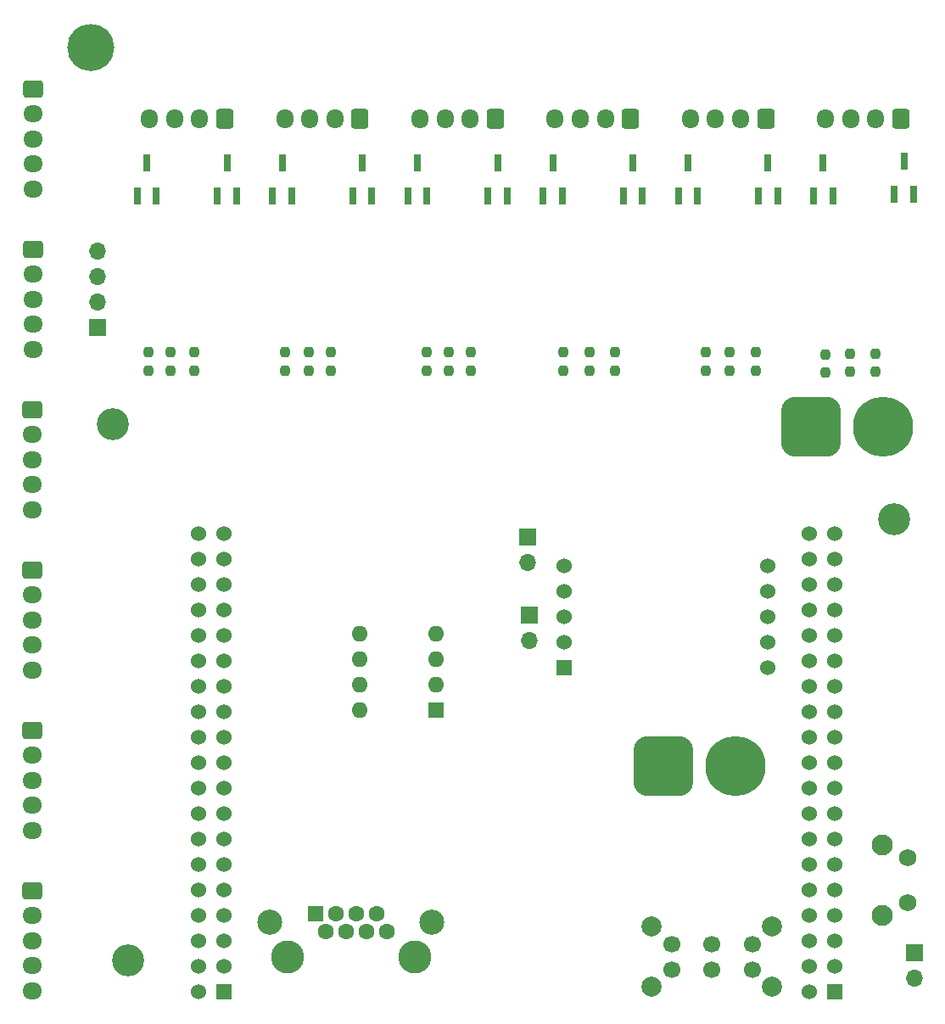
<source format=gbr>
%TF.GenerationSoftware,KiCad,Pcbnew,6.0.11-2627ca5db0~126~ubuntu20.04.1*%
%TF.CreationDate,2023-12-31T19:32:31+09:00*%
%TF.ProjectId,wheel,77686565-6c2e-46b6-9963-61645f706362,rev?*%
%TF.SameCoordinates,Original*%
%TF.FileFunction,Soldermask,Bot*%
%TF.FilePolarity,Negative*%
%FSLAX46Y46*%
G04 Gerber Fmt 4.6, Leading zero omitted, Abs format (unit mm)*
G04 Created by KiCad (PCBNEW 6.0.11-2627ca5db0~126~ubuntu20.04.1) date 2023-12-31 19:32:31*
%MOMM*%
%LPD*%
G01*
G04 APERTURE LIST*
G04 Aperture macros list*
%AMRoundRect*
0 Rectangle with rounded corners*
0 $1 Rounding radius*
0 $2 $3 $4 $5 $6 $7 $8 $9 X,Y pos of 4 corners*
0 Add a 4 corners polygon primitive as box body*
4,1,4,$2,$3,$4,$5,$6,$7,$8,$9,$2,$3,0*
0 Add four circle primitives for the rounded corners*
1,1,$1+$1,$2,$3*
1,1,$1+$1,$4,$5*
1,1,$1+$1,$6,$7*
1,1,$1+$1,$8,$9*
0 Add four rect primitives between the rounded corners*
20,1,$1+$1,$2,$3,$4,$5,0*
20,1,$1+$1,$4,$5,$6,$7,0*
20,1,$1+$1,$6,$7,$8,$9,0*
20,1,$1+$1,$8,$9,$2,$3,0*%
G04 Aperture macros list end*
%ADD10C,3.200000*%
%ADD11R,1.700000X1.700000*%
%ADD12O,1.700000X1.700000*%
%ADD13C,3.300000*%
%ADD14C,2.500000*%
%ADD15R,1.600000X1.600000*%
%ADD16C,1.600000*%
%ADD17RoundRect,0.250000X-0.725000X0.600000X-0.725000X-0.600000X0.725000X-0.600000X0.725000X0.600000X0*%
%ADD18O,1.950000X1.700000*%
%ADD19RoundRect,0.250000X0.600000X0.725000X-0.600000X0.725000X-0.600000X-0.725000X0.600000X-0.725000X0*%
%ADD20O,1.700000X1.950000*%
%ADD21C,2.100000*%
%ADD22C,1.750000*%
%ADD23RoundRect,1.500000X-1.500000X-1.500000X1.500000X-1.500000X1.500000X1.500000X-1.500000X1.500000X0*%
%ADD24C,6.000000*%
%ADD25O,1.600000X1.600000*%
%ADD26C,4.700000*%
%ADD27C,2.000000*%
%ADD28C,1.700000*%
%ADD29R,1.524000X1.524000*%
%ADD30C,1.524000*%
%ADD31R,1.530000X1.530000*%
%ADD32C,1.530000*%
%ADD33RoundRect,0.237500X0.237500X-0.250000X0.237500X0.250000X-0.237500X0.250000X-0.237500X-0.250000X0*%
%ADD34R,0.800000X1.800000*%
%ADD35RoundRect,0.237500X-0.237500X0.250000X-0.237500X-0.250000X0.237500X-0.250000X0.237500X0.250000X0*%
G04 APERTURE END LIST*
D10*
%TO.C,REF\u002A\u002A*%
X68000000Y-100500000D03*
%TD*%
D11*
%TO.C,Reminder1*%
X148000000Y-153250000D03*
D12*
X148000000Y-155790000D03*
%TD*%
D13*
%TO.C,CAN_LAN1*%
X98100000Y-153625000D03*
D14*
X99850000Y-150195000D03*
X83650000Y-150195000D03*
D13*
X85400000Y-153625000D03*
D15*
X88200000Y-149305000D03*
D16*
X89210000Y-151085000D03*
X90220000Y-149305000D03*
X91240000Y-151085000D03*
X92260000Y-149305000D03*
X93270000Y-151085000D03*
X94290000Y-149305000D03*
X95310000Y-151085000D03*
%TD*%
D17*
%TO.C,ENC_conn_5*%
X60000000Y-67000000D03*
D18*
X60000000Y-69500000D03*
X60000000Y-72000000D03*
X60000000Y-74500000D03*
X60000000Y-77000000D03*
%TD*%
D11*
%TO.C,Diso_Debug1*%
X66500000Y-90800000D03*
D12*
X66500000Y-88260000D03*
X66500000Y-85720000D03*
X66500000Y-83180000D03*
%TD*%
D19*
%TO.C,MD_conn_3*%
X119640000Y-70000000D03*
D20*
X117140000Y-70000000D03*
X114640000Y-70000000D03*
X112140000Y-70000000D03*
%TD*%
D21*
%TO.C,SW2*%
X144797500Y-149485000D03*
X144797500Y-142475000D03*
D22*
X147287500Y-143725000D03*
X147287500Y-148225000D03*
%TD*%
D11*
%TO.C,RN42_Debug1*%
X109425000Y-111775000D03*
D12*
X109425000Y-114315000D03*
%TD*%
D19*
%TO.C,MD_conn_1*%
X92640000Y-70000000D03*
D20*
X90140000Y-70000000D03*
X87640000Y-70000000D03*
X85140000Y-70000000D03*
%TD*%
D19*
%TO.C,MD_conn_2*%
X106140000Y-70000000D03*
D20*
X103640000Y-70000000D03*
X101140000Y-70000000D03*
X98640000Y-70000000D03*
%TD*%
D11*
%TO.C,SBDBT_Debug1*%
X109525000Y-119515000D03*
D12*
X109525000Y-122055000D03*
%TD*%
D23*
%TO.C,Load1*%
X137650000Y-100750000D03*
D24*
X144850000Y-100750000D03*
%TD*%
D19*
%TO.C,MD_conn_5*%
X146640000Y-70000000D03*
D20*
X144140000Y-70000000D03*
X141640000Y-70000000D03*
X139140000Y-70000000D03*
%TD*%
D17*
%TO.C,ENC_conn_4*%
X60000000Y-83000000D03*
D18*
X60000000Y-85500000D03*
X60000000Y-88000000D03*
X60000000Y-90500000D03*
X60000000Y-93000000D03*
%TD*%
D15*
%TO.C,CAN_Recieber1*%
X100250000Y-129025000D03*
D25*
X100250000Y-126485000D03*
X100250000Y-123945000D03*
X100250000Y-121405000D03*
X92630000Y-121405000D03*
X92630000Y-123945000D03*
X92630000Y-126485000D03*
X92630000Y-129025000D03*
%TD*%
D17*
%TO.C,ENC_conn_0*%
X59950000Y-147000000D03*
D18*
X59950000Y-149500000D03*
X59950000Y-152000000D03*
X59950000Y-154500000D03*
X59950000Y-157000000D03*
%TD*%
D26*
%TO.C,REF\u002A\u002A*%
X65800000Y-62900000D03*
%TD*%
D27*
%TO.C,SW1*%
X133792500Y-156625000D03*
X121792500Y-150625000D03*
X121792500Y-156625000D03*
X133792500Y-150625000D03*
D28*
X123792500Y-152375000D03*
X127792500Y-152375000D03*
X131792500Y-152375000D03*
X123792500Y-154875000D03*
X127792500Y-154875000D03*
X131792500Y-154875000D03*
%TD*%
D19*
%TO.C,MD_conn_4*%
X133140000Y-70000000D03*
D20*
X130640000Y-70000000D03*
X128140000Y-70000000D03*
X125640000Y-70000000D03*
%TD*%
D17*
%TO.C,ENC_conn_2*%
X59950000Y-115000000D03*
D18*
X59950000Y-117500000D03*
X59950000Y-120000000D03*
X59950000Y-122500000D03*
X59950000Y-125000000D03*
%TD*%
D17*
%TO.C,ENC_conn_3*%
X59950000Y-99000000D03*
D18*
X59950000Y-101500000D03*
X59950000Y-104000000D03*
X59950000Y-106500000D03*
X59950000Y-109000000D03*
%TD*%
D29*
%TO.C,SBDBT1*%
X112990000Y-124785000D03*
D30*
X112990000Y-122245000D03*
X112990000Y-119705000D03*
X112990000Y-117165000D03*
X112990000Y-114625000D03*
X133310000Y-124785000D03*
X133310000Y-122245000D03*
X133310000Y-119705000D03*
X133310000Y-117165000D03*
X133310000Y-114625000D03*
%TD*%
D17*
%TO.C,ENC_conn_1*%
X59950000Y-131000000D03*
D18*
X59950000Y-133500000D03*
X59950000Y-136000000D03*
X59950000Y-138500000D03*
X59950000Y-141000000D03*
%TD*%
D19*
%TO.C,MD_conn_0*%
X79140000Y-70000000D03*
D20*
X76640000Y-70000000D03*
X74140000Y-70000000D03*
X71640000Y-70000000D03*
%TD*%
D10*
%TO.C,REF\u002A\u002A*%
X146000000Y-110000000D03*
%TD*%
D23*
%TO.C,Power1*%
X122900000Y-134625000D03*
D24*
X130100000Y-134625000D03*
%TD*%
D10*
%TO.C,REF\u002A\u002A*%
X69500000Y-154000000D03*
%TD*%
D31*
%TO.C,Nucleo-F446RE_1*%
X140000000Y-157135000D03*
D32*
X137460000Y-157135000D03*
X140000000Y-154595000D03*
X137460000Y-154595000D03*
X140000000Y-152055000D03*
X137460000Y-152055000D03*
X140000000Y-149515000D03*
X137460000Y-149515000D03*
X140000000Y-146975000D03*
X137460000Y-146975000D03*
X140000000Y-144435000D03*
X137460000Y-144435000D03*
X140000000Y-141895000D03*
X137460000Y-141895000D03*
X140000000Y-139355000D03*
X137460000Y-139355000D03*
X140000000Y-136815000D03*
X137460000Y-136815000D03*
X140000000Y-134275000D03*
X137460000Y-134275000D03*
X140000000Y-131735000D03*
X137460000Y-131735000D03*
X140000000Y-129195000D03*
X137460000Y-129195000D03*
X140000000Y-126655000D03*
X137460000Y-126655000D03*
X140000000Y-124115000D03*
X137460000Y-124115000D03*
X140000000Y-121575000D03*
X137460000Y-121575000D03*
X140000000Y-119035000D03*
X137460000Y-119035000D03*
X140000000Y-116495000D03*
X137460000Y-116495000D03*
X140000000Y-113955000D03*
X137460000Y-113955000D03*
X140000000Y-111415000D03*
X137460000Y-111415000D03*
D31*
X79040000Y-157135000D03*
D32*
X76500000Y-157135000D03*
X79040000Y-154595000D03*
X76500000Y-154595000D03*
X79040000Y-152055000D03*
X76500000Y-152055000D03*
X79040000Y-149515000D03*
X76500000Y-149515000D03*
X79040000Y-146975000D03*
X76500000Y-146975000D03*
X79040000Y-144435000D03*
X76500000Y-144435000D03*
X79040000Y-141895000D03*
X76500000Y-141895000D03*
X79040000Y-139355000D03*
X76500000Y-139355000D03*
X79040000Y-136815000D03*
X76500000Y-136815000D03*
X79040000Y-134275000D03*
X76500000Y-134275000D03*
X79040000Y-131735000D03*
X76500000Y-131735000D03*
X79040000Y-129195000D03*
X76500000Y-129195000D03*
X79040000Y-126655000D03*
X76500000Y-126655000D03*
X79040000Y-124115000D03*
X76500000Y-124115000D03*
X79040000Y-121575000D03*
X76500000Y-121575000D03*
X79040000Y-119035000D03*
X76500000Y-119035000D03*
X79040000Y-116495000D03*
X76500000Y-116495000D03*
X79040000Y-113955000D03*
X76500000Y-113955000D03*
X79040000Y-111415000D03*
X76500000Y-111415000D03*
%TD*%
D33*
%TO.C,R48*%
X141540000Y-95250000D03*
X141540000Y-93425000D03*
%TD*%
%TO.C,R47*%
X129540000Y-95112500D03*
X129540000Y-93287500D03*
%TD*%
D34*
%TO.C,Q9*%
X107340000Y-77700000D03*
X105440000Y-77700000D03*
X106390000Y-74400000D03*
%TD*%
D33*
%TO.C,R50*%
X85140000Y-95112500D03*
X85140000Y-93287500D03*
%TD*%
%TO.C,R53*%
X127140000Y-95112500D03*
X127140000Y-93287500D03*
%TD*%
%TO.C,R44*%
X87540000Y-95112500D03*
X87540000Y-93287500D03*
%TD*%
D34*
%TO.C,Q8*%
X93840000Y-77700000D03*
X91940000Y-77700000D03*
X92890000Y-74400000D03*
%TD*%
%TO.C,Q4*%
X112840000Y-77700000D03*
X110940000Y-77700000D03*
X111890000Y-74400000D03*
%TD*%
D35*
%TO.C,R41*%
X132140000Y-93287500D03*
X132140000Y-95112500D03*
%TD*%
D34*
%TO.C,Q12*%
X147890000Y-77550000D03*
X145990000Y-77550000D03*
X146940000Y-74250000D03*
%TD*%
%TO.C,Q1*%
X72340000Y-77700000D03*
X70440000Y-77700000D03*
X71390000Y-74400000D03*
%TD*%
D33*
%TO.C,R54*%
X139140000Y-95337500D03*
X139140000Y-93512500D03*
%TD*%
D34*
%TO.C,Q7*%
X80340000Y-77700000D03*
X78440000Y-77700000D03*
X79390000Y-74400000D03*
%TD*%
%TO.C,Q6*%
X139840000Y-77700000D03*
X137940000Y-77700000D03*
X138890000Y-74400000D03*
%TD*%
%TO.C,Q3*%
X99340000Y-77700000D03*
X97440000Y-77700000D03*
X98390000Y-74400000D03*
%TD*%
%TO.C,Q2*%
X85840000Y-77700000D03*
X83940000Y-77700000D03*
X84890000Y-74400000D03*
%TD*%
D35*
%TO.C,R45*%
X101540000Y-93287500D03*
X101540000Y-95112500D03*
%TD*%
%TO.C,R40*%
X118140000Y-93287500D03*
X118140000Y-95112500D03*
%TD*%
D33*
%TO.C,R38*%
X89740000Y-95112500D03*
X89740000Y-93287500D03*
%TD*%
%TO.C,R37*%
X76140000Y-95112500D03*
X76140000Y-93287500D03*
%TD*%
%TO.C,R42*%
X144140000Y-95250000D03*
X144140000Y-93425000D03*
%TD*%
D34*
%TO.C,Q10*%
X120840000Y-77700000D03*
X118940000Y-77700000D03*
X119890000Y-74400000D03*
%TD*%
D33*
%TO.C,R49*%
X71540000Y-95112500D03*
X71540000Y-93287500D03*
%TD*%
%TO.C,R46*%
X115540000Y-95112500D03*
X115540000Y-93287500D03*
%TD*%
%TO.C,R52*%
X112940000Y-95112500D03*
X112940000Y-93287500D03*
%TD*%
%TO.C,R51*%
X99340000Y-95112500D03*
X99340000Y-93287500D03*
%TD*%
D35*
%TO.C,R39*%
X103740000Y-93287500D03*
X103740000Y-95112500D03*
%TD*%
D34*
%TO.C,Q11*%
X134340000Y-77700000D03*
X132440000Y-77700000D03*
X133390000Y-74400000D03*
%TD*%
D35*
%TO.C,R43*%
X73740000Y-93287500D03*
X73740000Y-95112500D03*
%TD*%
D34*
%TO.C,Q5*%
X126340000Y-77700000D03*
X124440000Y-77700000D03*
X125390000Y-74400000D03*
%TD*%
M02*

</source>
